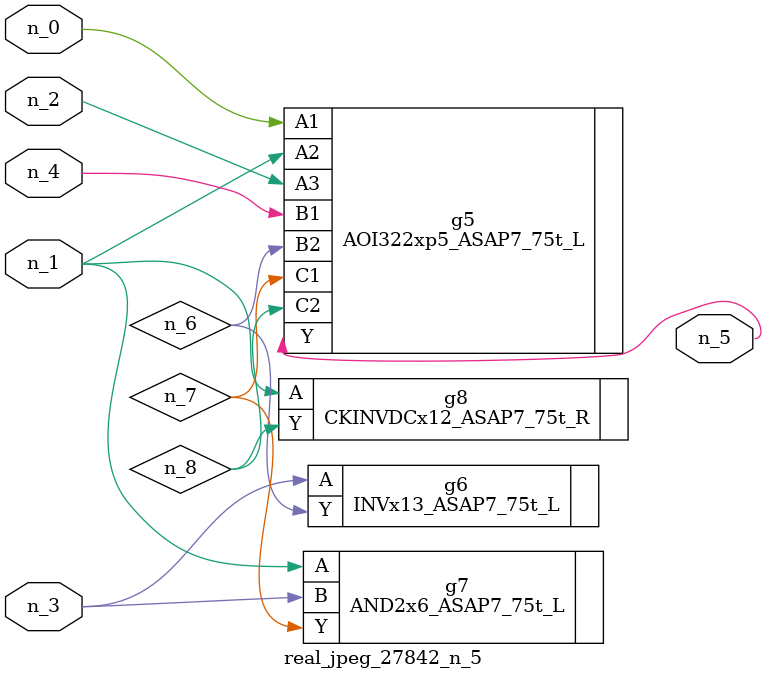
<source format=v>
module real_jpeg_27842_n_5 (n_4, n_0, n_1, n_2, n_3, n_5);

input n_4;
input n_0;
input n_1;
input n_2;
input n_3;

output n_5;

wire n_8;
wire n_6;
wire n_7;

AOI322xp5_ASAP7_75t_L g5 ( 
.A1(n_0),
.A2(n_1),
.A3(n_2),
.B1(n_4),
.B2(n_6),
.C1(n_7),
.C2(n_8),
.Y(n_5)
);

AND2x6_ASAP7_75t_L g7 ( 
.A(n_1),
.B(n_3),
.Y(n_7)
);

CKINVDCx12_ASAP7_75t_R g8 ( 
.A(n_1),
.Y(n_8)
);

INVx13_ASAP7_75t_L g6 ( 
.A(n_3),
.Y(n_6)
);


endmodule
</source>
